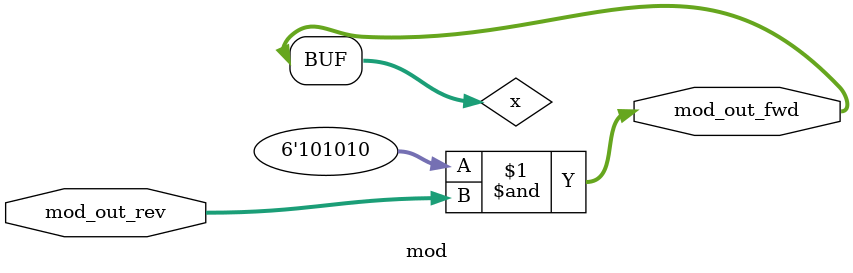
<source format=sv>
module top (
	output logic [7:0] o,
	input logic [3:0] i
);

	logic [3:0] top_if_rev;
	logic [7:0] top_if_fwd;

	mod mmm (
		.mod_out_fwd(top_if_fwd),
		.mod_out_rev(i)
	);

	assign top_if_rev = i;
	assign o = top_if_fwd;
endmodule


////////////////////////////////////////////////////////////////////////////////
// mod
////////////////////////////////////////////////////////////////////////////////
module mod (
	output logic [7:0] mod_out_fwd,
	input logic [3:0] mod_out_rev
);

	logic [7:0] x;

	assign x = 6'h2a & mod_out_rev;

	assign mod_out_fwd = x;
endmodule



</source>
